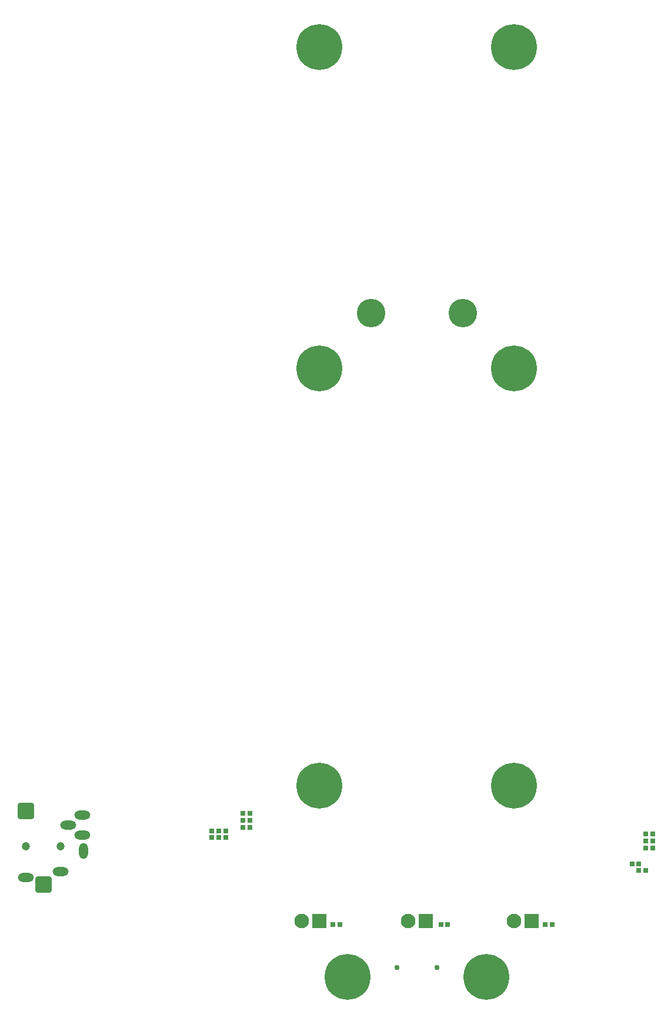
<source format=gbr>
%TF.GenerationSoftware,Altium Limited,Altium Designer,22.5.1 (42)*%
G04 Layer_Color=16711935*
%FSLAX45Y45*%
%MOMM*%
%TF.SameCoordinates,09306DCC-7258-43E0-A79C-DC35209E08F8*%
%TF.FilePolarity,Negative*%
%TF.FileFunction,Soldermask,Bot*%
%TF.Part,Single*%
G01*
G75*
%TA.AperFunction,SMDPad,CuDef*%
%ADD118R,0.70000X0.65000*%
%ADD119R,0.70000X0.70000*%
%ADD120R,0.70000X0.70000*%
%ADD121R,0.65000X0.70000*%
%TA.AperFunction,ComponentPad*%
%ADD122C,2.10000*%
%ADD123R,2.10000X2.10000*%
%ADD124C,1.20000*%
G04:AMPARAMS|DCode=125|XSize=2.3mm|YSize=2.3mm|CornerRadius=0.27mm|HoleSize=0mm|Usage=FLASHONLY|Rotation=180.000|XOffset=0mm|YOffset=0mm|HoleType=Round|Shape=RoundedRectangle|*
%AMROUNDEDRECTD125*
21,1,2.30000,1.76000,0,0,180.0*
21,1,1.76000,2.30000,0,0,180.0*
1,1,0.54000,-0.88000,0.88000*
1,1,0.54000,0.88000,0.88000*
1,1,0.54000,0.88000,-0.88000*
1,1,0.54000,-0.88000,-0.88000*
%
%ADD125ROUNDEDRECTD125*%
G04:AMPARAMS|DCode=126|XSize=2.3mm|YSize=1.3mm|CornerRadius=0.65mm|HoleSize=0mm|Usage=FLASHONLY|Rotation=180.000|XOffset=0mm|YOffset=0mm|HoleType=Round|Shape=RoundedRectangle|*
%AMROUNDEDRECTD126*
21,1,2.30000,0.00000,0,0,180.0*
21,1,1.00000,1.30000,0,0,180.0*
1,1,1.30000,-0.50000,0.00000*
1,1,1.30000,0.50000,0.00000*
1,1,1.30000,0.50000,0.00000*
1,1,1.30000,-0.50000,0.00000*
%
%ADD126ROUNDEDRECTD126*%
G04:AMPARAMS|DCode=127|XSize=2.3mm|YSize=1.3mm|CornerRadius=0.65mm|HoleSize=0mm|Usage=FLASHONLY|Rotation=90.000|XOffset=0mm|YOffset=0mm|HoleType=Round|Shape=RoundedRectangle|*
%AMROUNDEDRECTD127*
21,1,2.30000,0.00000,0,0,90.0*
21,1,1.00000,1.30000,0,0,90.0*
1,1,1.30000,0.00000,0.50000*
1,1,1.30000,0.00000,-0.50000*
1,1,1.30000,0.00000,-0.50000*
1,1,1.30000,0.00000,0.50000*
%
%ADD127ROUNDEDRECTD127*%
%TA.AperFunction,ViaPad*%
%ADD128C,6.60000*%
%TA.AperFunction,ComponentPad*%
%ADD129C,4.10000*%
%ADD130C,0.75000*%
D118*
X445999Y-8000000D02*
D03*
X346000Y-7999999D02*
D03*
X-1104000Y-8000000D02*
D03*
X-1204000Y-7999999D02*
D03*
X1950000Y-8000000D02*
D03*
X1850000Y-7999999D02*
D03*
X-2400000Y-6400000D02*
D03*
X-2500000Y-6400000D02*
D03*
X-2500000Y-6600000D02*
D03*
X-2399999D02*
D03*
X3198528Y-7224064D02*
D03*
X3298528Y-7224064D02*
D03*
X3400000Y-6700000D02*
D03*
X3300000D02*
D03*
Y-6800000D02*
D03*
X3400000Y-6800000D02*
D03*
D119*
X-2750009Y-6750010D02*
D03*
Y-6650003D02*
D03*
D120*
X-2500009Y-6499991D02*
D03*
X-2400003D02*
D03*
X3198528Y-7124064D02*
D03*
X3098521Y-7124064D02*
D03*
X3400007Y-6900000D02*
D03*
X3300000Y-6900000D02*
D03*
D121*
X-2850000Y-6650000D02*
D03*
Y-6750001D02*
D03*
X-2950000Y-6749999D02*
D03*
X-2950001Y-6650001D02*
D03*
D122*
X-1654000Y-7950000D02*
D03*
X-127000Y-7950000D02*
D03*
X1400001Y-7950000D02*
D03*
D123*
X-1400000Y-7950000D02*
D03*
X127000Y-7950000D02*
D03*
X1654001Y-7950000D02*
D03*
D124*
X-5125000Y-6875000D02*
D03*
X-5625000D02*
D03*
D125*
X-5375000Y-7425000D02*
D03*
X-5625000Y-6365000D02*
D03*
D126*
X-4815000Y-6425000D02*
D03*
X-5015000Y-6565000D02*
D03*
X-5625000Y-7325000D02*
D03*
X-4815000Y-6715000D02*
D03*
X-5125000Y-7235000D02*
D03*
D127*
X-4795000Y-6945000D02*
D03*
D128*
X-1400000Y4625000D02*
D03*
X1400000D02*
D03*
X-1400000Y0D02*
D03*
X1400000D02*
D03*
X-1400000Y-6000000D02*
D03*
X1400000D02*
D03*
X1000000Y-8750000D02*
D03*
X-1000000D02*
D03*
D129*
X-660000Y800000D02*
D03*
X660000Y800000D02*
D03*
D130*
X289001Y-8614938D02*
D03*
X-288999D02*
D03*
%TF.MD5,940b35c2ddd2b894cd929d91d9826fec*%
M02*

</source>
